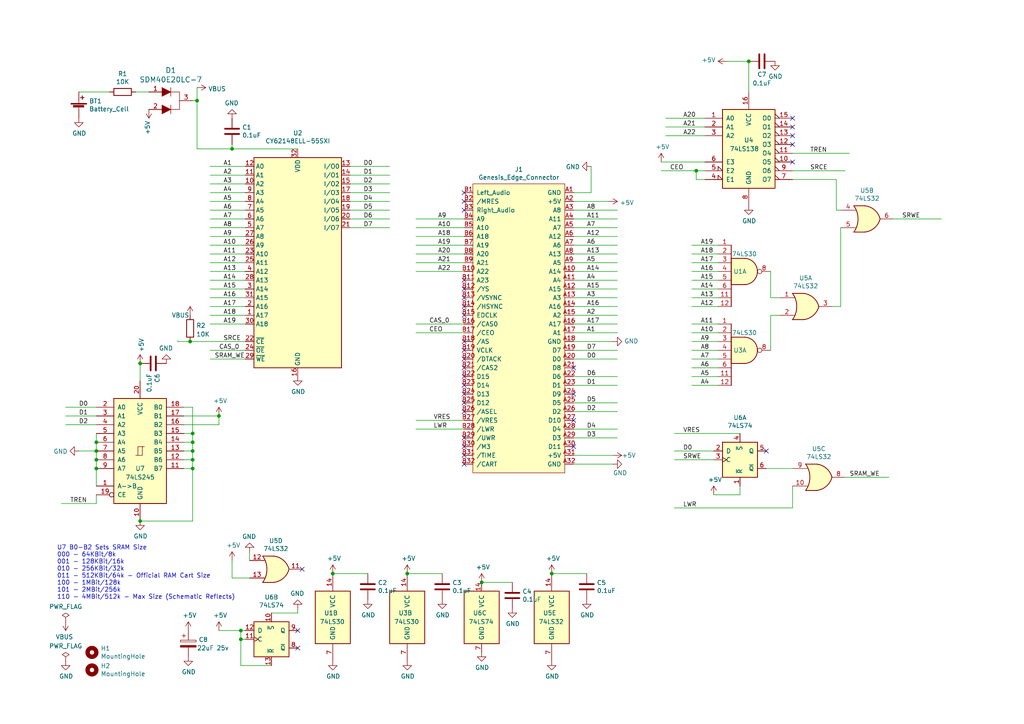
<source format=kicad_sch>
(kicad_sch (version 20231120) (generator "eeschema") (generator_version "8.0")
  (paper "A4")
  (lib_symbols
    (symbol "74xx:74LS138" (pin_names (offset 1.016))
      (property "Reference" "U" (at -7.62 11.43 0))
      (property "Value" "74LS138" (at -7.62 -13.97 0))
      (symbol "74LS138_1_0"
        (pin input line (at -12.7 7.62 0) (length 5.08) (name "A0") (number "1"))
        (pin output output_low (at 12.7 -5.08 180) (length 5.08) (name "O5") (number "10"))
        (pin output output_low (at 12.7 -2.54 180) (length 5.08) (name "O4") (number "11"))
        (pin output output_low (at 12.7 0 180) (length 5.08) (name "O3") (number "12"))
        (pin output output_low (at 12.7 2.54 180) (length 5.08) (name "O2") (number "13"))
        (pin output output_low (at 12.7 5.08 180) (length 5.08) (name "O1") (number "14"))
        (pin output output_low (at 12.7 7.62 180) (length 5.08) (name "O0") (number "15"))
        (pin power_in line (at 0 15.24 270) (length 5.08) (name "VCC") (number "16"))
        (pin input line (at -12.7 5.08 0) (length 5.08) (name "A1") (number "2"))
        (pin input line (at -12.7 2.54 0) (length 5.08) (name "A2") (number "3"))
        (pin input input_low (at -12.7 -10.16 0) (length 5.08) (name "E1") (number "4"))
        (pin input input_low (at -12.7 -7.62 0) (length 5.08) (name "E2") (number "5"))
        (pin input line (at -12.7 -5.08 0) (length 5.08) (name "E3") (number "6"))
        (pin output output_low (at 12.7 -10.16 180) (length 5.08) (name "O7") (number "7"))
        (pin power_in line (at 0 -17.78 90) (length 5.08) (name "GND") (number "8"))
        (pin output output_low (at 12.7 -7.62 180) (length 5.08) (name "O6") (number "9"))
      )
    )
    (symbol "74xx:74LS245" (pin_names (offset 1.016))
      (property "Reference" "U" (at -7.62 16.51 0))
      (property "Value" "74LS245" (at -7.62 -16.51 0))
      (symbol "74LS245_1_0"
        (pin input line (at -12.7 -10.16 0) (length 5.08) (name "A->B") (number "1"))
        (pin power_in line (at 0 -20.32 90) (length 5.08) (name "GND") (number "10"))
        (pin tri_state line (at 12.7 -5.08 180) (length 5.08) (name "B7") (number "11"))
        (pin tri_state line (at 12.7 -2.54 180) (length 5.08) (name "B6") (number "12"))
        (pin tri_state line (at 12.7 0 180) (length 5.08) (name "B5") (number "13"))
        (pin tri_state line (at 12.7 2.54 180) (length 5.08) (name "B4") (number "14"))
        (pin tri_state line (at 12.7 5.08 180) (length 5.08) (name "B3") (number "15"))
        (pin tri_state line (at 12.7 7.62 180) (length 5.08) (name "B2") (number "16"))
        (pin tri_state line (at 12.7 10.16 180) (length 5.08) (name "B1") (number "17"))
        (pin tri_state line (at 12.7 12.7 180) (length 5.08) (name "B0") (number "18"))
        (pin input inverted (at -12.7 -12.7 0) (length 5.08) (name "CE") (number "19"))
        (pin tri_state line (at -12.7 12.7 0) (length 5.08) (name "A0") (number "2"))
        (pin power_in line (at 0 20.32 270) (length 5.08) (name "VCC") (number "20"))
        (pin tri_state line (at -12.7 10.16 0) (length 5.08) (name "A1") (number "3"))
        (pin tri_state line (at -12.7 7.62 0) (length 5.08) (name "A2") (number "4"))
        (pin tri_state line (at -12.7 5.08 0) (length 5.08) (name "A3") (number "5"))
        (pin tri_state line (at -12.7 2.54 0) (length 5.08) (name "A4") (number "6"))
        (pin tri_state line (at -12.7 0 0) (length 5.08) (name "A5") (number "7"))
        (pin tri_state line (at -12.7 -2.54 0) (length 5.08) (name "A6") (number "8"))
        (pin tri_state line (at -12.7 -5.08 0) (length 5.08) (name "A7") (number "9"))
      )
    )
    (symbol "74xx:74LS30" (pin_names (offset 1.016))
      (property "Reference" "U" (at 0 1.27 0))
      (property "Value" "74LS30" (at 0 -1.27 0))
      (symbol "74LS30_1_1"
        (pin input line (at -7.62 7.62 0) (length 3.81) (name "~") (number "1"))
        (pin input line (at -7.62 -7.62 0) (length 3.81) (name "~") (number "11"))
        (pin input line (at -7.62 -10.16 0) (length 3.81) (name "~") (number "12"))
        (pin input line (at -7.62 5.08 0) (length 3.81) (name "~") (number "2"))
        (pin input line (at -7.62 2.54 0) (length 3.81) (name "~") (number "3"))
        (pin input line (at -7.62 0 0) (length 3.81) (name "~") (number "4"))
        (pin input line (at -7.62 -2.54 0) (length 3.81) (name "~") (number "5"))
        (pin input line (at -7.62 -5.08 0) (length 3.81) (name "~") (number "6"))
        (pin output inverted (at 7.62 0 180) (length 3.81) (name "~") (number "8"))
      )
      (symbol "74LS30_1_2"
        (pin input inverted (at -7.62 7.62 0) (length 3.81) (name "~") (number "1"))
        (pin input inverted (at -7.62 -7.62 0) (length 3.81) (name "~") (number "11"))
        (pin input inverted (at -7.62 -10.16 0) (length 3.81) (name "~") (number "12"))
        (pin input inverted (at -7.62 5.08 0) (length 3.81) (name "~") (number "2"))
        (pin input inverted (at -7.62 2.54 0) (length 4.5466) (name "~") (number "3"))
        (pin input inverted (at -7.62 0 0) (length 5.08) (name "~") (number "4"))
        (pin input inverted (at -7.62 -2.54 0) (length 4.5466) (name "~") (number "5"))
        (pin input inverted (at -7.62 -5.08 0) (length 3.81) (name "~") (number "6"))
        (pin output line (at 7.62 0 180) (length 3.81) (name "~") (number "8"))
      )
      (symbol "74LS30_2_0"
        (pin power_in line (at 0 12.7 270) (length 5.08) (name "VCC") (number "14"))
        (pin power_in line (at 0 -12.7 90) (length 5.08) (name "GND") (number "7"))
      )
    )
    (symbol "74xx:74LS32" (pin_names (offset 1.016))
      (property "Reference" "U" (at 0 1.27 0))
      (property "Value" "74LS32" (at 0 -1.27 0))
      (symbol "74LS32_1_1"
        (pin input line (at -7.62 2.54 0) (length 4.318) (name "~") (number "1"))
        (pin input line (at -7.62 -2.54 0) (length 4.318) (name "~") (number "2"))
        (pin output line (at 7.62 0 180) (length 3.81) (name "~") (number "3"))
      )
      (symbol "74LS32_1_2"
        (pin input inverted (at -7.62 2.54 0) (length 3.81) (name "~") (number "1"))
        (pin input inverted (at -7.62 -2.54 0) (length 3.81) (name "~") (number "2"))
        (pin output inverted (at 7.62 0 180) (length 3.81) (name "~") (number "3"))
      )
      (symbol "74LS32_2_1"
        (pin input line (at -7.62 2.54 0) (length 4.318) (name "~") (number "4"))
        (pin input line (at -7.62 -2.54 0) (length 4.318) (name "~") (number "5"))
        (pin output line (at 7.62 0 180) (length 3.81) (name "~") (number "6"))
      )
      (symbol "74LS32_2_2"
        (pin input inverted (at -7.62 2.54 0) (length 3.81) (name "~") (number "4"))
        (pin input inverted (at -7.62 -2.54 0) (length 3.81) (name "~") (number "5"))
        (pin output inverted (at 7.62 0 180) (length 3.81) (name "~") (number "6"))
      )
      (symbol "74LS32_3_1"
        (pin input line (at -7.62 -2.54 0) (length 4.318) (name "~") (number "10"))
        (pin output line (at 7.62 0 180) (length 3.81) (name "~") (number "8"))
        (pin input line (at -7.62 2.54 0) (length 4.318) (name "~") (number "9"))
      )
      (symbol "74LS32_3_2"
        (pin input inverted (at -7.62 -2.54 0) (length 3.81) (name "~") (number "10"))
        (pin output inverted (at 7.62 0 180) (length 3.81) (name "~") (number "8"))
        (pin input inverted (at -7.62 2.54 0) (length 3.81) (name "~") (number "9"))
      )
      (symbol "74LS32_4_1"
        (pin output line (at 7.62 0 180) (length 3.81) (name "~") (number "11"))
        (pin input line (at -7.62 2.54 0) (length 4.318) (name "~") (number "12"))
        (pin input line (at -7.62 -2.54 0) (length 4.318) (name "~") (number "13"))
      )
      (symbol "74LS32_4_2"
        (pin output inverted (at 7.62 0 180) (length 3.81) (name "~") (number "11"))
        (pin input inverted (at -7.62 2.54 0) (length 3.81) (name "~") (number "12"))
        (pin input inverted (at -7.62 -2.54 0) (length 3.81) (name "~") (number "13"))
      )
      (symbol "74LS32_5_0"
        (pin power_in line (at 0 12.7 270) (length 5.08) (name "VCC") (number "14"))
        (pin power_in line (at 0 -12.7 90) (length 5.08) (name "GND") (number "7"))
      )
    )
    (symbol "74xx:74LS74" (pin_names (offset 1.016))
      (property "Reference" "U" (at -7.62 8.89 0))
      (property "Value" "74LS74" (at -7.62 -8.89 0))
      (symbol "74LS74_1_0"
        (pin input line (at 0 -7.62 90) (length 2.54) (name "~{R}") (number "1"))
        (pin input line (at -7.62 2.54 0) (length 2.54) (name "D") (number "2"))
        (pin input clock (at -7.62 0 0) (length 2.54) (name "C") (number "3"))
        (pin input line (at 0 7.62 270) (length 2.54) (name "~{S}") (number "4"))
        (pin output line (at 7.62 2.54 180) (length 2.54) (name "Q") (number "5"))
        (pin output line (at 7.62 -2.54 180) (length 2.54) (name "~{Q}") (number "6"))
      )
      (symbol "74LS74_2_0"
        (pin input line (at 0 7.62 270) (length 2.54) (name "~{S}") (number "10"))
        (pin input clock (at -7.62 0 0) (length 2.54) (name "C") (number "11"))
        (pin input line (at -7.62 2.54 0) (length 2.54) (name "D") (number "12"))
        (pin input line (at 0 -7.62 90) (length 2.54) (name "~{R}") (number "13"))
        (pin output line (at 7.62 -2.54 180) (length 2.54) (name "~{Q}") (number "8"))
        (pin output line (at 7.62 2.54 180) (length 2.54) (name "Q") (number "9"))
      )
      (symbol "74LS74_3_0"
        (pin power_in line (at 0 10.16 270) (length 2.54) (name "VCC") (number "14"))
        (pin power_in line (at 0 -10.16 90) (length 2.54) (name "GND") (number "7"))
      )
    )
    (symbol "Device:C" (pin_numbers hide) (pin_names (offset 0.254))
      (property "Reference" "C" (at 0.635 2.54 0))
      (property "Value" "C" (at 0.635 -2.54 0))
      (symbol "C_1_1"
        (pin passive line (at 0 3.81 270) (length 2.794) (name "~") (number "1"))
        (pin passive line (at 0 -3.81 90) (length 2.794) (name "~") (number "2"))
      )
    )
    (symbol "Device:CP" (pin_numbers hide) (pin_names (offset 0.254))
      (property "Reference" "C" (at 0.635 2.54 0))
      (property "Value" "Device_CP" (at 0.635 -2.54 0))
      (symbol "CP_1_1"
        (pin passive line (at 0 3.81 270) (length 2.794) (name "~") (number "1"))
        (pin passive line (at 0 -3.81 90) (length 2.794) (name "~") (number "2"))
      )
    )
    (symbol "Device:R" (pin_numbers hide) (pin_names (offset 0))
      (property "Reference" "R" (at 2.032 0 90))
      (property "Value" "R" (at 0 0 90))
      (symbol "R_1_1"
        (pin passive line (at 0 3.81 270) (length 1.27) (name "~") (number "1"))
        (pin passive line (at 0 -3.81 90) (length 1.27) (name "~") (number "2"))
      )
    )
    (symbol "Mechanical:MountingHole" (pin_names (offset 1.016))
      (property "Reference" "H" (at 0 5.08 0))
      (property "Value" "MountingHole" (at 0 3.175 0))
    )
    (symbol "Memory_RAM:IS61C5128AS-25QLI"
      (property "Reference" "U" (at -10.16 31.75 0))
      (property "Value" "IS61C5128AS-25QLI" (at 12.7 31.75 0))
      (symbol "IS61C5128AS-25QLI_1_1"
        (pin input line (at -15.24 -15.24 0) (length 2.54) (name "A17") (number "1"))
        (pin input line (at -15.24 22.86 0) (length 2.54) (name "A2") (number "10"))
        (pin input line (at -15.24 25.4 0) (length 2.54) (name "A1") (number "11"))
        (pin input line (at -15.24 27.94 0) (length 2.54) (name "A0") (number "12"))
        (pin bidirectional line (at 15.24 27.94 180) (length 2.54) (name "I/O0") (number "13"))
        (pin bidirectional line (at 15.24 25.4 180) (length 2.54) (name "I/O1") (number "14"))
        (pin bidirectional line (at 15.24 22.86 180) (length 2.54) (name "I/O2") (number "15"))
        (pin power_in line (at 0 -33.02 90) (length 2.54) (name "GND") (number "16"))
        (pin bidirectional line (at 15.24 20.32 180) (length 2.54) (name "I/O3") (number "17"))
        (pin bidirectional line (at 15.24 17.78 180) (length 2.54) (name "I/O4") (number "18"))
        (pin bidirectional line (at 15.24 15.24 180) (length 2.54) (name "I/O5") (number "19"))
        (pin input line (at -15.24 -12.7 0) (length 2.54) (name "A16") (number "2"))
        (pin bidirectional line (at 15.24 12.7 180) (length 2.54) (name "I/O6") (number "20"))
        (pin bidirectional line (at 15.24 10.16 180) (length 2.54) (name "I/O7") (number "21"))
        (pin input line (at -15.24 -22.86 0) (length 2.54) (name "~{CE}") (number "22"))
        (pin input line (at -15.24 2.54 0) (length 2.54) (name "A10") (number "23"))
        (pin input line (at -15.24 -25.4 0) (length 2.54) (name "~{OE}") (number "24"))
        (pin input line (at -15.24 0 0) (length 2.54) (name "A11") (number "25"))
        (pin input line (at -15.24 5.08 0) (length 2.54) (name "A9") (number "26"))
        (pin input line (at -15.24 7.62 0) (length 2.54) (name "A8") (number "27"))
        (pin input line (at -15.24 -5.08 0) (length 2.54) (name "A13") (number "28"))
        (pin input line (at -15.24 -27.94 0) (length 2.54) (name "~{WE}") (number "29"))
        (pin input line (at -15.24 -7.62 0) (length 2.54) (name "A14") (number "3"))
        (pin input line (at -15.24 -17.78 0) (length 2.54) (name "A18") (number "30"))
        (pin input line (at -15.24 -10.16 0) (length 2.54) (name "A15") (number "31"))
        (pin power_in line (at 0 33.02 270) (length 2.54) (name "VDD") (number "32"))
        (pin input line (at -15.24 -2.54 0) (length 2.54) (name "A12") (number "4"))
        (pin input line (at -15.24 10.16 0) (length 2.54) (name "A7") (number "5"))
        (pin input line (at -15.24 12.7 0) (length 2.54) (name "A6") (number "6"))
        (pin input line (at -15.24 15.24 0) (length 2.54) (name "A5") (number "7"))
        (pin input line (at -15.24 17.78 0) (length 2.54) (name "A4") (number "8"))
        (pin input line (at -15.24 20.32 0) (length 2.54) (name "A3") (number "9"))
      )
    )
    (symbol "Sega_Genesis:BAT5405E" (pin_names (offset 0.0254))
      (property "Reference" "D" (at 0 6.35 0))
      (property "Value" "BAT5405E" (at 0 -5.08 0))
      (symbol "BAT5405E_1_1"
        (pin passive line (at -5.08 2.54 0) (length 3.81) (name "~") (number "1"))
        (pin passive line (at -5.08 -2.54 0) (length 3.81) (name "~") (number "2"))
        (pin passive line (at 7.62 0 180) (length 3.81) (name "~") (number "3"))
      )
    )
    (symbol "Sega_Genesis:Battery_Cell" (pin_numbers hide) (pin_names (offset 0) hide)
      (property "Reference" "BT" (at 2.54 2.54 0))
      (property "Value" "Battery_Cell" (at 2.54 0 0))
      (symbol "Battery_Cell_1_1"
        (pin passive line (at 0 -2.54 90) (length 2.54) (name "-") (number "N"))
        (pin passive line (at 0 5.08 270) (length 2.54) (name "+") (number "P"))
      )
    )
    (symbol "Sega_Genesis:Genesis_Edge_Connector" (pin_names (offset 1.016))
      (property "Reference" "J*" (at -24.13 -5.08 0))
      (property "Value" "Genesis_Edge_Connector" (at -22.86 -7.62 0))
      (symbol "Genesis_Edge_Connector_1_1"
        (pin power_in line (at -7.62 -12.7 180) (length 2.54) (name "GND") (number "A1"))
        (pin output line (at -7.62 -35.56 180) (length 2.54) (name "A14") (number "A10"))
        (pin output line (at -7.62 -38.1 180) (length 2.54) (name "A4") (number "A11"))
        (pin output line (at -7.62 -40.64 180) (length 2.54) (name "A15") (number "A12"))
        (pin output line (at -7.62 -43.18 180) (length 2.54) (name "A3") (number "A13"))
        (pin output line (at -7.62 -45.72 180) (length 2.54) (name "A16") (number "A14"))
        (pin output line (at -7.62 -48.26 180) (length 2.54) (name "A2") (number "A15"))
        (pin output line (at -7.62 -50.8 180) (length 2.54) (name "A17") (number "A16"))
        (pin output line (at -7.62 -53.34 180) (length 2.54) (name "A1") (number "A17"))
        (pin power_in line (at -7.62 -55.88 180) (length 2.54) (name "GND") (number "A18"))
        (pin tri_state line (at -7.62 -58.42 180) (length 2.54) (name "D7") (number "A19"))
        (pin power_out line (at -7.62 -15.24 180) (length 2.54) (name "+5V") (number "A2"))
        (pin tri_state line (at -7.62 -60.96 180) (length 2.54) (name "D0") (number "A20"))
        (pin tri_state line (at -7.62 -63.5 180) (length 2.54) (name "D8") (number "A21"))
        (pin tri_state line (at -7.62 -66.04 180) (length 2.54) (name "D6") (number "A22"))
        (pin tri_state line (at -7.62 -68.58 180) (length 2.54) (name "D1") (number "A23"))
        (pin tri_state line (at -7.62 -71.12 180) (length 2.54) (name "D9") (number "A24"))
        (pin tri_state line (at -7.62 -73.66 180) (length 2.54) (name "D5") (number "A25"))
        (pin tri_state line (at -7.62 -76.2 180) (length 2.54) (name "D2") (number "A26"))
        (pin tri_state line (at -7.62 -78.74 180) (length 2.54) (name "D10") (number "A27"))
        (pin tri_state line (at -7.62 -81.28 180) (length 2.54) (name "D4") (number "A28"))
        (pin tri_state line (at -7.62 -83.82 180) (length 2.54) (name "D3") (number "A29"))
        (pin output line (at -7.62 -17.78 180) (length 2.54) (name "A8") (number "A3"))
        (pin tri_state line (at -7.62 -86.36 180) (length 2.54) (name "D11") (number "A30"))
        (pin passive line (at -7.62 -88.9 180) (length 2.54) (name "+5V") (number "A31"))
        (pin power_in line (at -7.62 -91.44 180) (length 2.54) (name "GND") (number "A32"))
        (pin output line (at -7.62 -20.32 180) (length 2.54) (name "A11") (number "A4"))
        (pin output line (at -7.62 -22.86 180) (length 2.54) (name "A7") (number "A5"))
        (pin output line (at -7.62 -25.4 180) (length 2.54) (name "A12") (number "A6"))
        (pin output line (at -7.62 -27.94 180) (length 2.54) (name "A6") (number "A7"))
        (pin output line (at -7.62 -30.48 180) (length 2.54) (name "A13") (number "A8"))
        (pin output line (at -7.62 -33.02 180) (length 2.54) (name "A5") (number "A9"))
        (pin input line (at -39.37 -12.7 0) (length 2.54) (name "Left_Audio") (number "B1"))
        (pin output line (at -39.37 -35.56 0) (length 2.54) (name "A22") (number "B10"))
        (pin output line (at -39.37 -38.1 0) (length 2.54) (name "A23") (number "B11"))
        (pin output line (at -39.37 -40.64 0) (length 2.54) (name "/YS") (number "B12"))
        (pin output line (at -39.37 -43.18 0) (length 2.54) (name "/VSYNC") (number "B13"))
        (pin output line (at -39.37 -45.72 0) (length 2.54) (name "/HSYNC") (number "B14"))
        (pin output line (at -39.37 -48.26 0) (length 2.54) (name "EDCLK") (number "B15"))
        (pin output line (at -39.37 -50.8 0) (length 2.54) (name "/CAS0") (number "B16"))
        (pin output line (at -39.37 -53.34 0) (length 2.54) (name "/CEO") (number "B17"))
        (pin output line (at -39.37 -55.88 0) (length 2.54) (name "/AS") (number "B18"))
        (pin output line (at -39.37 -58.42 0) (length 2.54) (name "VCLK") (number "B19"))
        (pin output line (at -39.37 -15.24 0) (length 2.54) (name "/MRES") (number "B2"))
        (pin output line (at -39.37 -60.96 0) (length 2.54) (name "/DTACK") (number "B20"))
        (pin output line (at -39.37 -63.5 0) (length 2.54) (name "/CAS2") (number "B21"))
        (pin tri_state line (at -39.37 -66.04 0) (length 2.54) (name "D15") (number "B22"))
        (pin tri_state line (at -39.37 -68.58 0) (length 2.54) (name "D14") (number "B23"))
        (pin tri_state line (at -39.37 -71.12 0) (length 2.54) (name "D13") (number "B24"))
        (pin tri_state line (at -39.37 -73.66 0) (length 2.54) (name "D12") (number "B25"))
        (pin output line (at -39.37 -76.2 0) (length 2.54) (name "/ASEL") (number "B26"))
        (pin output line (at -39.37 -78.74 0) (length 2.54) (name "/VRES") (number "B27"))
        (pin output line (at -39.37 -81.28 0) (length 2.54) (name "/LWR") (number "B28"))
        (pin output line (at -39.37 -83.82 0) (length 2.54) (name "/UWR") (number "B29"))
        (pin output line (at -39.37 -17.78 0) (length 2.54) (name "Right_Audio") (number "B3"))
        (pin input line (at -39.37 -86.36 0) (length 2.54) (name "/M3") (number "B30"))
        (pin output line (at -39.37 -88.9 0) (length 2.54) (name "/TIME") (number "B31"))
        (pin input line (at -39.37 -91.44 0) (length 2.54) (name "/CART") (number "B32"))
        (pin output line (at -39.37 -20.32 0) (length 2.54) (name "A9") (number "B4"))
        (pin output line (at -39.37 -22.86 0) (length 2.54) (name "A10") (number "B5"))
        (pin output line (at -39.37 -25.4 0) (length 2.54) (name "A18") (number "B6"))
        (pin output line (at -39.37 -27.94 0) (length 2.54) (name "A19") (number "B7"))
        (pin output line (at -39.37 -30.48 0) (length 2.54) (name "A20") (number "B8"))
        (pin output line (at -39.37 -33.02 0) (length 2.54) (name "A21") (number "B9"))
      )
    )
    (symbol "power:+5V" (power) (pin_names (offset 0))
      (property "Value" "+5V" (at 0 3.556 0))
      (symbol "+5V_1_1"
        (pin power_in line (at 0 0 90) (length 0) hide (name "+5V") (number "1"))
      )
    )
    (symbol "power:GND" (power) (pin_names (offset 0))
      (property "Value" "GND" (at 0 -3.81 0))
      (symbol "GND_1_1"
        (pin power_in line (at 0 0 270) (length 0) hide (name "GND") (number "1"))
      )
    )
    (symbol "power:PWR_FLAG" (power) (pin_numbers hide) (pin_names (offset 0) hide)
      (property "Value" "PWR_FLAG" (at 0 3.81 0))
      (symbol "PWR_FLAG_0_0"
        (pin power_out line (at 0 0 90) (length 0) (name "pwr") (number "1"))
      )
    )
    (symbol "power:VBUS" (power) (pin_names (offset 0))
      (property "Value" "VBUS" (at 0 3.81 0))
      (symbol "VBUS_1_1"
        (pin power_in line (at 0 0 90) (length 0) hide (name "VBUS") (number "1"))
      )
    )
  )
  (junction (at 67.31 43.18))
  (junction (at 55.88 133.35))
  (junction (at 27.94 130.81))
  (junction (at 27.94 128.27))
  (junction (at 55.88 125.73))
  (junction (at 55.1448 99.06))
  (junction (at 63.5 120.65))
  (junction (at 69.85 185.42))
  (junction (at 40.64 151.13))
  (junction (at 160.02 166.37))
  (junction (at 217.17 17.78))
  (junction (at 96.52 166.37))
  (junction (at 69.85 182.88))
  (junction (at 55.88 135.89))
  (junction (at 27.94 133.35))
  (junction (at 55.88 130.81))
  (junction (at 118.11 166.37))
  (junction (at 201.93 49.53))
  (junction (at 40.64 105.41))
  (junction (at 139.7 168.91))
  (junction (at 57.15 29.21))
  (junction (at 55.88 128.27))
  (junction (at 27.94 135.89))
  (no_connect (at 86.36 182.88))
  (no_connect (at 134.62 129.54))
  (no_connect (at 134.62 127))
  (no_connect (at 86.36 187.96))
  (no_connect (at 134.62 91.44))
  (no_connect (at 134.62 99.06))
  (no_connect (at 166.37 121.92))
  (no_connect (at 134.62 132.08))
  (no_connect (at 229.87 36.83))
  (no_connect (at 134.62 114.3))
  (no_connect (at 134.62 86.36))
  (no_connect (at 87.63 165.1))
  (no_connect (at 166.37 106.68))
  (no_connect (at 134.62 58.42))
  (no_connect (at 134.62 101.6))
  (no_connect (at 222.25 130.81))
  (no_connect (at 134.62 111.76))
  (no_connect (at 229.87 39.37))
  (no_connect (at 134.62 109.22))
  (no_connect (at 134.62 55.88))
  (no_connect (at 134.62 106.68))
  (no_connect (at 134.62 81.28))
  (no_connect (at 134.62 134.62))
  (no_connect (at 134.62 119.38))
  (no_connect (at 134.62 60.96))
  (no_connect (at 134.62 83.82))
  (no_connect (at 134.62 116.84))
  (no_connect (at 229.87 46.99))
  (no_connect (at 229.87 41.91))
  (no_connect (at 229.87 34.29))
  (no_connect (at 134.62 88.9))
  (no_connect (at 166.37 129.54))
  (no_connect (at 166.37 114.3))
  (no_connect (at 134.62 104.14))
  (wire (pts (xy 120.65 73.66) (xy 134.62 73.66)))
  (wire (pts (xy 101.6 50.8) (xy 113.03 50.8)))
  (wire (pts (xy 179.07 81.28) (xy 166.37 81.28)))
  (wire (pts (xy 204.47 34.29) (xy 193.04 34.29)))
  (wire (pts (xy 179.07 93.98) (xy 166.37 93.98)))
  (wire (pts (xy 53.34 118.11) (xy 55.88 118.11)))
  (wire (pts (xy 191.77 49.53) (xy 201.93 49.53)))
  (wire (pts (xy 217.17 26.67) (xy 217.17 17.78)))
  (wire (pts (xy 204.47 36.83) (xy 193.04 36.83)))
  (wire (pts (xy 166.37 68.58) (xy 179.07 68.58)))
  (wire (pts (xy 134.62 96.52) (xy 120.65 96.52)))
  (wire (pts (xy 27.94 146.05) (xy 17.78 146.05)))
  (wire (pts (xy 210.82 17.78) (xy 217.17 17.78)))
  (wire (pts (xy 101.6 60.96) (xy 113.03 60.96)))
  (wire (pts (xy 179.07 71.12) (xy 166.37 71.12)))
  (wire (pts (xy 55.88 135.89) (xy 55.88 133.35)))
  (wire (pts (xy 179.07 83.82) (xy 166.37 83.82)))
  (wire (pts (xy 40.64 105.41) (xy 40.64 110.49)))
  (wire (pts (xy 259.08 63.5) (xy 273.05 63.5)))
  (wire (pts (xy 179.07 116.84) (xy 166.37 116.84)))
  (wire (pts (xy 208.28 81.28) (xy 200.66 81.28)))
  (wire (pts (xy 55.88 29.21) (xy 57.15 29.21)))
  (wire (pts (xy 53.34 130.81) (xy 55.88 130.81)))
  (wire (pts (xy 67.31 167.64) (xy 72.39 167.64)))
  (wire (pts (xy 166.37 132.08) (xy 177.8 132.08)))
  (wire (pts (xy 118.11 166.37) (xy 128.27 166.37)))
  (wire (pts (xy 223.52 101.6) (xy 223.52 91.44)))
  (wire (pts (xy 55.88 130.81) (xy 55.88 128.27)))
  (wire (pts (xy 78.74 193.04) (xy 69.85 193.04)))
  (wire (pts (xy 222.25 135.89) (xy 229.87 135.89)))
  (wire (pts (xy 134.62 68.58) (xy 120.65 68.58)))
  (wire (pts (xy 179.07 104.14) (xy 166.37 104.14)))
  (wire (pts (xy 22.86 26.67) (xy 31.75 26.67)))
  (wire (pts (xy 200.66 109.22) (xy 208.28 109.22)))
  (wire (pts (xy 166.37 58.42) (xy 176.53 58.42)))
  (wire (pts (xy 201.93 52.07) (xy 201.93 49.53)))
  (wire (pts (xy 71.12 185.42) (xy 69.85 185.42)))
  (wire (pts (xy 27.94 143.51) (xy 27.94 146.05)))
  (wire (pts (xy 179.07 124.46) (xy 166.37 124.46)))
  (wire (pts (xy 166.37 99.06) (xy 177.8 99.06)))
  (wire (pts (xy 229.87 44.45) (xy 246.38 44.45)))
  (wire (pts (xy 55.88 135.89) (xy 55.88 151.13)))
  (wire (pts (xy 63.5 123.19) (xy 63.5 120.65)))
  (wire (pts (xy 60.96 81.28) (xy 71.12 81.28)))
  (wire (pts (xy 208.28 101.6) (xy 200.66 101.6)))
  (wire (pts (xy 27.94 123.19) (xy 19.05 123.19)))
  (wire (pts (xy 71.12 63.5) (xy 60.96 63.5)))
  (wire (pts (xy 223.52 91.44) (xy 226.06 91.44)))
  (wire (pts (xy 242.57 52.07) (xy 242.57 60.96)))
  (wire (pts (xy 195.58 125.73) (xy 214.63 125.73)))
  (wire (pts (xy 245.11 138.43) (xy 257.81 138.43)))
  (wire (pts (xy 134.62 63.5) (xy 120.65 63.5)))
  (wire (pts (xy 229.87 49.53) (xy 245.11 49.53)))
  (wire (pts (xy 101.6 63.5) (xy 113.03 63.5)))
  (wire (pts (xy 60.96 55.88) (xy 71.12 55.88)))
  (wire (pts (xy 207.01 130.81) (xy 195.58 130.81)))
  (wire (pts (xy 179.07 119.38) (xy 166.37 119.38)))
  (wire (pts (xy 71.12 101.6) (xy 60.96 101.6)))
  (wire (pts (xy 204.47 52.07) (xy 201.93 52.07)))
  (wire (pts (xy 67.31 43.18) (xy 67.31 41.91)))
  (wire (pts (xy 60.96 50.8) (xy 71.12 50.8)))
  (wire (pts (xy 53.34 125.73) (xy 55.88 125.73)))
  (wire (pts (xy 72.39 160.02) (xy 72.39 162.56)))
  (wire (pts (xy 101.6 53.34) (xy 113.03 53.34)))
  (wire (pts (xy 53.34 133.35) (xy 55.88 133.35)))
  (wire (pts (xy 179.07 63.5) (xy 166.37 63.5)))
  (wire (pts (xy 60.96 66.04) (xy 71.12 66.04)))
  (wire (pts (xy 27.94 133.35) (xy 27.94 130.81)))
  (wire (pts (xy 208.28 71.12) (xy 200.66 71.12)))
  (wire (pts (xy 214.63 143.51) (xy 207.01 143.51)))
  (wire (pts (xy 139.7 168.91) (xy 148.59 168.91)))
  (wire (pts (xy 179.07 86.36) (xy 166.37 86.36)))
  (wire (pts (xy 177.8 134.62) (xy 166.37 134.62)))
  (wire (pts (xy 208.28 99.06) (xy 200.66 99.06)))
  (wire (pts (xy 179.07 88.9) (xy 166.37 88.9)))
  (wire (pts (xy 69.85 193.04) (xy 69.85 185.42)))
  (wire (pts (xy 71.12 53.34) (xy 60.96 53.34)))
  (wire (pts (xy 53.34 123.19) (xy 63.5 123.19)))
  (wire (pts (xy 179.07 60.96) (xy 166.37 60.96)))
  (wire (pts (xy 101.6 55.88) (xy 113.03 55.88)))
  (wire (pts (xy 71.12 68.58) (xy 60.96 68.58)))
  (wire (pts (xy 166.37 73.66) (xy 179.07 73.66)))
  (wire (pts (xy 55.88 133.35) (xy 55.88 130.81)))
  (wire (pts (xy 201.93 49.53) (xy 204.47 49.53)))
  (wire (pts (xy 214.63 140.97) (xy 214.63 143.51)))
  (wire (pts (xy 27.94 135.89) (xy 27.94 133.35)))
  (wire (pts (xy 60.96 60.96) (xy 71.12 60.96)))
  (wire (pts (xy 71.12 93.98) (xy 60.96 93.98)))
  (wire (pts (xy 67.31 43.18) (xy 57.15 43.18)))
  (wire (pts (xy 55.88 128.27) (xy 55.88 125.73)))
  (wire (pts (xy 208.28 93.98) (xy 200.66 93.98)))
  (wire (pts (xy 208.28 88.9) (xy 200.66 88.9)))
  (wire (pts (xy 120.65 78.74) (xy 134.62 78.74)))
  (wire (pts (xy 229.87 52.07) (xy 242.57 52.07)))
  (wire (pts (xy 200.66 104.14) (xy 208.28 104.14)))
  (wire (pts (xy 134.62 93.98) (xy 120.65 93.98)))
  (wire (pts (xy 71.12 73.66) (xy 60.96 73.66)))
  (wire (pts (xy 120.65 124.46) (xy 134.62 124.46)))
  (wire (pts (xy 55.88 125.73) (xy 55.88 118.11)))
  (wire (pts (xy 134.62 121.92) (xy 120.65 121.92)))
  (wire (pts (xy 60.96 71.12) (xy 71.12 71.12)))
  (wire (pts (xy 229.87 147.32) (xy 195.58 147.32)))
  (wire (pts (xy 71.12 78.74) (xy 60.96 78.74)))
  (wire (pts (xy 134.62 76.2) (xy 120.65 76.2)))
  (wire (pts (xy 243.84 66.04) (xy 243.84 88.9)))
  (wire (pts (xy 204.47 39.37) (xy 193.04 39.37)))
  (wire (pts (xy 134.62 71.12) (xy 120.65 71.12)))
  (wire (pts (xy 208.28 86.36) (xy 200.66 86.36)))
  (wire (pts (xy 101.6 66.04) (xy 113.03 66.04)))
  (wire (pts (xy 208.28 96.52) (xy 200.66 96.52)))
  (wire (pts (xy 86.36 177.8) (xy 78.74 177.8)))
  (wire (pts (xy 179.07 109.22) (xy 166.37 109.22)))
  (wire (pts (xy 166.37 55.88) (xy 171.45 55.88)))
  (wire (pts (xy 208.28 111.76) (xy 200.66 111.76)))
  (wire (pts (xy 166.37 127) (xy 179.07 127)))
  (wire (pts (xy 179.07 91.44) (xy 166.37 91.44)))
  (wire (pts (xy 60.96 76.2) (xy 71.12 76.2)))
  (wire (pts (xy 96.52 166.37) (xy 106.68 166.37)))
  (wire (pts (xy 191.77 46.99) (xy 204.47 46.99)))
  (wire (pts (xy 86.36 176.53) (xy 86.36 177.8)))
  (wire (pts (xy 27.94 118.11) (xy 19.05 118.11)))
  (wire (pts (xy 166.37 111.76) (xy 179.07 111.76)))
  (wire (pts (xy 101.6 58.42) (xy 113.03 58.42)))
  (wire (pts (xy 120.65 66.04) (xy 134.62 66.04)))
  (wire (pts (xy 208.28 73.66) (xy 200.66 73.66)))
  (wire (pts (xy 71.12 91.44) (xy 60.96 91.44)))
  (wire (pts (xy 71.12 88.9) (xy 60.96 88.9)))
  (wire (pts (xy 208.28 78.74) (xy 200.66 78.74)))
  (wire (pts (xy 27.94 140.97) (xy 27.94 135.89)))
  (wire (pts (xy 160.02 166.37) (xy 170.18 166.37)))
  (wire (pts (xy 27.94 120.65) (xy 19.05 120.65)))
  (wire (pts (xy 229.87 140.97) (xy 229.87 147.32)))
  (wire (pts (xy 200.66 83.82) (xy 208.28 83.82)))
  (wire (pts (xy 55.88 135.89) (xy 53.34 135.89)))
  (wire (pts (xy 179.07 76.2) (xy 166.37 76.2)))
  (wire (pts (xy 51.562 98.806) (xy 51.562 99.06)))
  (wire (pts (xy 243.84 88.9) (xy 241.3 88.9)))
  (wire (pts (xy 39.37 26.67) (xy 43.18 26.67)))
  (wire (pts (xy 27.94 130.81) (xy 27.94 128.27)))
  (wire (pts (xy 71.12 86.36) (xy 60.96 86.36)))
  (wire (pts (xy 223.52 78.74) (xy 223.52 86.36)))
  (wire (pts (xy 171.45 55.88) (xy 171.45 48.26)))
  (wire (pts (xy 71.12 104.14) (xy 60.96 104.14)))
  (wire (pts (xy 27.94 130.81) (xy 22.86 130.81)))
  (wire (pts (xy 69.85 185.42) (xy 69.85 182.88)))
  (wire (pts (xy 55.1448 99.06) (xy 71.12 99.06)))
  (wire (pts (xy 57.15 25.4) (xy 57.15 29.21)))
  (wire (pts (xy 179.07 78.74) (xy 166.37 78.74)))
  (wire (pts (xy 207.01 133.35) (xy 195.58 133.35)))
  (wire (pts (xy 223.52 86.36) (xy 226.06 86.36)))
  (wire (pts (xy 179.07 96.52) (xy 166.37 96.52)))
  (wire (pts (xy 71.12 83.82) (xy 60.96 83.82)))
  (wire (pts (xy 53.34 128.27) (xy 55.88 128.27)))
  (wire (pts (xy 57.15 29.21) (xy 57.15 43.18)))
  (wire (pts (xy 101.6 48.26) (xy 113.03 48.26)))
  (wire (pts (xy 208.28 106.68) (xy 200.66 106.68)))
  (wire (pts (xy 63.5 182.88) (xy 69.85 182.88)))
  (wire (pts (xy 69.85 182.88) (xy 71.12 182.88)))
  (wire (pts (xy 71.12 58.42) (xy 60.96 58.42)))
  (wire (pts (xy 40.64 151.13) (xy 55.88 151.13)))
  (wire (pts (xy 179.07 101.6) (xy 166.37 101.6)))
  (wire (pts (xy 208.28 76.2) (xy 200.66 76.2)))
  (wire (pts (xy 53.34 120.65) (xy 63.5 120.65)))
  (wire (pts (xy 86.36 43.18) (xy 67.31 43.18)))
  (wire (pts (xy 67.31 167.64) (xy 67.31 162.56)))
  (wire (pts (xy 179.07 66.04) (xy 166.37 66.04)))
  (wire (pts (xy 242.57 60.96) (xy 243.84 60.96)))
  (wire (pts (xy 71.12 48.26) (xy 60.96 48.26)))
  (wire (pts (xy 51.562 99.06) (xy 55.1448 99.06)))
  (wire (pts (xy 27.94 125.73) (xy 27.94 128.27)))
  (text "U7 B0-B2 Sets SRAM Size\n000 - 64KBit/8k\n001 - 128KBit/16k\n010 - 256KBit/32k\n011 - 512KBit/64k - Official RAM Cart Size\n100 - 1MBit/128k\n101 - 2MBit/256k\n110 - 4MBit/512k - Max Size (Schematic Reflects)" (at 16.51 173.99 0) (effects (font (size 1.27 1.27)) (justify left bottom)))
  (label "D2" (at 105.41 53.34 0))
  (label "A14" (at 170.18 78.74 0))
  (label "A15" (at 170.18 83.82 0))
  (label "D0" (at 170.18 104.14 0))
  (label "D5" (at 170.18 116.84 0))
  (label "A22" (at 198.12 39.37 0))
  (label "A2" (at 170.18 91.44 0))
  (label "D1" (at 170.18 111.76 0))
  (label "A13" (at 203.2 86.36 0))
  (label "CEO" (at 194.31 49.53 0))
  (label "A6" (at 203.2 106.68 0))
  (label "D4" (at 170.18 124.46 0))
  (label "A9" (at 64.77 68.58 0))
  (label "A16" (at 170.18 88.9 0))
  (label "A15" (at 64.77 83.82 0))
  (label "A3" (at 170.18 86.36 0))
  (label "A16" (at 203.2 78.74 0))
  (label "A21" (at 127 76.2 0))
  (label "A10" (at 64.77 71.12 0))
  (label "A18" (at 64.77 91.44 0))
  (label "TREN" (at 234.95 44.45 0))
  (label "A1" (at 170.18 96.52 0))
  (label "A11" (at 170.18 63.5 0))
  (label "SRCE" (at 64.77 99.06 0))
  (label "A10" (at 203.2 96.52 0))
  (label "A6" (at 64.77 60.96 0))
  (label "A3" (at 64.77 53.34 0))
  (label "A6" (at 170.18 71.12 0))
  (label "A8" (at 203.2 101.6 0))
  (label "A9" (at 203.2 99.06 0))
  (label "D7" (at 105.41 66.04 0))
  (label "A15" (at 203.2 81.28 0))
  (label "A20" (at 198.12 34.29 0))
  (label "A7" (at 203.2 104.14 0))
  (label "A10" (at 127 66.04 0))
  (label "VRES" (at 198.12 125.73 0))
  (label "SRAM_WE" (at 62.23 104.14 0))
  (label "A2" (at 64.77 50.8 0))
  (label "A4" (at 64.77 55.88 0))
  (label "D3" (at 105.41 55.88 0))
  (label "CEO" (at 124.46 96.52 0))
  (label "VRES" (at 125.73 121.92 0))
  (label "A18" (at 127 68.58 0))
  (label "A11" (at 203.2 93.98 0))
  (label "CAS_0" (at 124.46 93.98 0))
  (label "D4" (at 105.41 58.42 0))
  (label "SRAM_WE" (at 246.38 138.43 0))
  (label "SRWE" (at 261.62 63.5 0))
  (label "D1" (at 22.86 120.65 0))
  (label "A17" (at 170.18 93.98 0))
  (label "A12" (at 203.2 88.9 0))
  (label "A5" (at 203.2 109.22 0))
  (label "A9" (at 127 63.5 0))
  (label "A19" (at 64.77 93.98 0))
  (label "D2" (at 170.18 119.38 0))
  (label "A7" (at 64.77 63.5 0))
  (label "SRWE" (at 198.12 133.35 0))
  (label "A22" (at 127 78.74 0))
  (label "A14" (at 203.2 83.82 0))
  (label "D5" (at 105.41 60.96 0))
  (label "A8" (at 170.18 60.96 0))
  (label "A7" (at 170.18 66.04 0))
  (label "A12" (at 170.18 68.58 0))
  (label "A21" (at 198.12 36.83 0))
  (label "LWR" (at 125.73 124.46 0))
  (label "A17" (at 64.77 88.9 0))
  (label "A4" (at 203.2 111.76 0))
  (label "A17" (at 203.2 76.2 0))
  (label "A1" (at 64.77 48.26 0))
  (label "TREN" (at 20.32 146.05 0))
  (label "D0" (at 198.12 130.81 0))
  (label "A4" (at 170.18 81.28 0))
  (label "LWR" (at 198.12 147.32 0))
  (label "D0" (at 22.86 118.11 0))
  (label "A18" (at 203.2 73.66 0))
  (label "D6" (at 170.18 109.22 0))
  (label "A12" (at 64.77 76.2 0))
  (label "D1" (at 105.41 50.8 0))
  (label "SRCE" (at 234.95 49.53 0))
  (label "A13" (at 170.18 73.66 0))
  (label "A19" (at 203.2 71.12 0))
  (label "A5" (at 170.18 76.2 0))
  (label "D7" (at 170.18 101.6 0))
  (label "A8" (at 64.77 66.04 0))
  (label "CAS_0" (at 63.5 101.6 0))
  (label "A14" (at 64.77 81.28 0))
  (label "A5" (at 64.77 58.42 0))
  (label "D6" (at 105.41 63.5 0))
  (label "D2" (at 22.86 123.19 0))
  (label "A13" (at 64.77 78.74 0))
  (label "A16" (at 64.77 86.36 0))
  (label "A20" (at 127 73.66 0))
  (label "D0" (at 105.41 48.26 0))
  (label "A19" (at 127 71.12 0))
  (label "D3" (at 170.18 127 0))
  (label "A11" (at 64.77 73.66 0))
  (symbol (lib_id "Sega_Genesis:Genesis_Edge_Connector") (at 173.99 43.18 0) (unit 1)
    (property "Reference" "J1" (at 150.495 49.149 0))
    (property "Value" "Genesis_Edge_Connector" (at 150.495 51.4604 0))
    (property "Footprint" "Sega CD RAM Cart:Genesis_Card_Edge" (effects (hide yes)))
  )
  (symbol (lib_id "Memory_RAM:IS61C5128AS-25QLI") (at 86.36 76.2 0) (unit 1)
    (property "Reference" "U2" (at 86.36 38.5826 0))
    (property "Value" "CY62148ELL-55SXI" (at 86.36 40.894 0))
    (property "Footprint" "Package_SO:SSOP-32_11.305x20.495mm_P1.27mm" (effects (hide yes)))
    (property "Digikey PN" "CY62148ELL-55SXI" (effects (hide yes)))
  )
  (symbol (lib_id "74xx:74LS30") (at 215.9 78.74 0) (unit 1)
    (property "Reference" "U1" (at 214.63 78.74 0))
    (property "Value" "74LS30" (at 215.9 73.66 0))
    (property "Footprint" "digikey-footprints:SOIC-14_W3.9mm" (effects (hide yes)))
    (property "Digikey PN" "SN74LS30DR" (effects (hide yes)))
  )
  (symbol (lib_id "74xx:74LS30") (at 215.9 101.6 0) (unit 1)
    (property "Reference" "U3" (at 214.63 101.6 0))
    (property "Value" "74LS30" (at 215.9 96.52 0))
    (property "Footprint" "digikey-footprints:SOIC-14_W3.9mm" (effects (hide yes)))
    (property "Digikey PN" "SN74LS30DR" (effects (hide yes)))
  )
  (symbol (lib_id "74xx:74LS30") (at 96.52 179.07 0) (unit 2)
    (property "Reference" "U1" (at 93.98 177.8 0) (effects (justify left)))
    (property "Value" "74LS30" (at 92.71 180.34 0) (effects (justify left)))
    (property "Footprint" "digikey-footprints:SOIC-14_W3.9mm" (effects (hide yes)))
    (property "Digikey PN" "SN74LS30DR" (effects (hide yes)))
  )
  (symbol (lib_id "74xx:74LS30") (at 118.11 179.07 0) (unit 2)
    (property "Reference" "U3" (at 115.57 177.8 0) (effects (justify left)))
    (property "Value" "74LS30" (at 114.3 180.34 0) (effects (justify left)))
    (property "Footprint" "digikey-footprints:SOIC-14_W3.9mm" (effects (hide yes)))
    (property "Digikey PN" "SN74LS30DR" (effects (hide yes)))
  )
  (symbol (lib_id "74xx:74LS32") (at 233.68 88.9 0) (unit 1)
    (property "Reference" "U5" (at 233.68 80.645 0))
    (property "Value" "74LS32" (at 233.68 82.9564 0))
    (property "Footprint" "digikey-footprints:SOIC-14_W3.9mm" (effects (hide yes)))
    (property "Digikey PN" "SN74LS32DR" (effects (hide yes)))
  )
  (symbol (lib_id "74xx:74LS138") (at 217.17 41.91 0) (unit 1)
    (property "Reference" "U4" (at 217.17 40.64 0))
    (property "Value" "74LS138" (at 215.9 43.18 0))
    (property "Footprint" "digikey-footprints:SOIC-16_W3.90mm" (effects (hide yes)))
    (property "Digikey PN" "SN74LS138DR" (effects (hide yes)))
  )
  (symbol (lib_id "74xx:74LS32") (at 251.46 63.5 0) (unit 2)
    (property "Reference" "U5" (at 251.46 55.245 0))
    (property "Value" "74LS32" (at 251.46 57.5564 0))
    (property "Footprint" "digikey-footprints:SOIC-14_W3.9mm" (effects (hide yes)))
    (property "Digikey PN" "SN74LS32DR" (effects (hide yes)))
  )
  (symbol (lib_id "Mechanical:MountingHole") (at 26.67 189.23 0) (unit 1)
    (property "Reference" "H1" (at 29.21 188.0616 0) (effects (justify left)))
    (property "Value" "MountingHole" (at 29.21 190.373 0) (effects (justify left)))
    (property "Footprint" "Sega CD RAM Cart:MountingHole_6.2mm" (effects (hide yes)))
  )
  (symbol (lib_id "Mechanical:MountingHole") (at 26.67 194.31 0) (unit 1)
    (property "Reference" "H2" (at 29.21 193.1416 0) (effects (justify left)))
    (property "Value" "MountingHole" (at 29.21 195.453 0) (effects (justify left)))
    (property "Footprint" "Sega CD RAM Cart:MountingHole_6.2mm" (effects (hide yes)))
  )
  (symbol (lib_id "power:+5V") (at 191.77 46.99 0) (unit 1)
    (property "Reference" "#PWR01" (effects (hide yes)))
    (property "Value" "+5V" (at 192.151 42.5958 0))
  )
  (symbol (lib_id "power:GND") (at 22.86 130.81 270) (unit 1)
    (property "Reference" "#PWR0111" (effects (hide yes)))
    (property "Value" "GND" (at 19.6088 130.937 90) (effects (justify right)))
  )
  (symbol (lib_id "74xx:74LS74") (at 214.63 133.35 0) (unit 1)
    (property "Reference" "U6" (at 214.63 121.1326 0))
    (property "Value" "74LS74" (at 214.63 123.444 0))
    (property "Footprint" "digikey-footprints:SOIC-14_W3.9mm" (effects (hide yes)))
    (property "Digikey PN" "SN74LS74ADR" (effects (hide yes)))
  )
  (symbol (lib_id "74xx:74LS74") (at 139.7 179.07 0) (unit 3)
    (property "Reference" "U6" (at 137.16 177.8 0) (effects (justify left)))
    (property "Value" "74LS74" (at 135.89 180.34 0) (effects (justify left)))
    (property "Footprint" "digikey-footprints:SOIC-14_W3.9mm" (effects (hide yes)))
    (property "Digikey PN" "SN74LS74ADR" (effects (hide yes)))
  )
  (symbol (lib_id "74xx:74LS32") (at 160.02 179.07 0) (unit 5)
    (property "Reference" "U5" (at 157.48 177.8 0) (effects (justify left)))
    (property "Value" "74LS32" (at 156.21 180.34 0) (effects (justify left)))
    (property "Footprint" "digikey-footprints:SOIC-14_W3.9mm" (effects (hide yes)))
    (property "Digikey PN" "SN74LS32DR" (effects (hide yes)))
  )
  (symbol (lib_id "Device:CP") (at 54.61 186.69 0) (unit 1)
    (property "Reference" "C8" (at 57.6072 185.5216 0) (effects (justify left)))
    (property "Value" "22uF 25v" (at 57.15 187.96 0) (effects (justify left)))
    (property "Footprint" "Capacitor_THT:CP_Radial_D5.0mm_P2.00mm" (effects (hide yes)))
    (property "Digikey PN" "25ML22MEFC5X5" (effects (hide yes)))
  )
  (symbol (lib_id "power:+5V") (at 54.61 182.88 0) (unit 1)
    (property "Reference" "#PWR027" (effects (hide yes)))
    (property "Value" "+5V" (at 54.991 178.4858 0))
  )
  (symbol (lib_id "power:GND") (at 54.61 190.5 0) (unit 1)
    (property "Reference" "#PWR028" (effects (hide yes)))
    (property "Value" "GND" (at 54.737 194.8942 0))
  )
  (symbol (lib_id "74xx:74LS32") (at 237.49 138.43 0) (unit 3)
    (property "Reference" "U5" (at 237.49 130.175 0))
    (property "Value" "74LS32" (at 237.49 132.4864 0))
    (property "Footprint" "digikey-footprints:SOIC-14_W3.9mm" (effects (hide yes)))
    (property "Digikey PN" "SN74LS32DR" (effects (hide yes)))
  )
  (symbol (lib_id "power:+5V") (at 207.01 143.51 0) (unit 1)
    (property "Reference" "#PWR010" (effects (hide yes)))
    (property "Value" "+5V" (at 207.391 139.1158 0))
  )
  (symbol (lib_id "Device:C") (at 220.98 17.78 270) (unit 1)
    (property "Reference" "C7" (at 220.98 21.59 90))
    (property "Value" "0.1uF" (at 220.98 24.13 90))
    (property "Footprint" "Capacitor_SMD:C_1206_3216Metric_Pad1.33x1.80mm_HandSolder" (effects (hide yes)))
    (property "Digikey PN" "C1206C104K4RACTU" (effects (hide yes)))
  )
  (symbol (lib_id "Device:C") (at 67.31 38.1 0) (unit 1)
    (property "Reference" "C1" (at 70.231 36.9316 0) (effects (justify left)))
    (property "Value" "0.1uF" (at 70.231 39.243 0) (effects (justify left)))
    (property "Footprint" "Capacitor_SMD:C_1206_3216Metric_Pad1.33x1.80mm_HandSolder" (effects (hide yes)))
    (property "Digikey PN" "C1206C104K4RACTU" (effects (hide yes)))
  )
  (symbol (lib_id "Device:C") (at 44.45 105.41 270) (unit 1)
    (property "Reference" "C6" (at 45.6184 108.331 0) (effects (justify left)))
    (property "Value" "0.1uF" (at 43.307 108.331 0) (effects (justify left)))
    (property "Footprint" "Capacitor_SMD:C_1206_3216Metric_Pad1.33x1.80mm_HandSolder" (effects (hide yes)))
    (property "Digikey PN" "C1206C104K4RACTU" (effects (hide yes)))
  )
  (symbol (lib_id "Device:C") (at 170.18 170.18 0) (unit 1)
    (property "Reference" "C5" (at 173.101 169.0116 0) (effects (justify left)))
    (property "Value" "0.1uF" (at 173.101 171.323 0) (effects (justify left)))
    (property "Footprint" "Capacitor_SMD:C_1206_3216Metric_Pad1.33x1.80mm_HandSolder" (effects (hide yes)))
    (property "Digikey PN" "C1206C104K4RACTU" (effects (hide yes)))
  )
  (symbol (lib_id "Device:C") (at 148.59 172.72 0) (unit 1)
    (property "Reference" "C4" (at 151.511 171.5516 0) (effects (justify left)))
    (property "Value" "0.1uF" (at 151.511 173.863 0) (effects (justify left)))
    (property "Footprint" "Capacitor_SMD:C_1206_3216Metric_Pad1.33x1.80mm_HandSolder" (effects (hide yes)))
    (property "Digikey PN" "C1206C104K4RACTU" (effects (hide yes)))
  )
  (symbol (lib_id "Device:C") (at 128.27 170.18 0) (unit 1)
    (property "Reference" "C3" (at 131.191 169.0116 0) (effects (justify left)))
    (property "Value" "0.1uF" (at 131.191 171.323 0) (effects (justify left)))
    (property "Footprint" "Capacitor_SMD:C_1206_3216Metric_Pad1.33x1.80mm_HandSolder" (effects (hide yes)))
    (property "Digikey PN" "C1206C104K4RACTU" (effects (hide yes)))
  )
  (symbol (lib_id "Device:C") (at 106.68 170.18 0) (unit 1)
    (property "Reference" "C2" (at 109.601 169.0116 0) (effects (justify left)))
    (property "Value" "0.1uF" (at 109.601 171.323 0) (effects (justify left)))
    (property "Footprint" "Capacitor_SMD:C_1206_3216Metric_Pad1.33x1.80mm_HandSolder" (effects (hide yes)))
    (property "Digikey PN" "C1206C104K4RACTU" (effects (hide yes)))
  )
  (symbol (lib_id "power:GND") (at 217.17 59.69 0) (unit 1)
    (property "Reference" "#PWR011" (effects (hide yes)))
    (property "Value" "GND" (at 217.297 64.0842 0))
  )
  (symbol (lib_id "power:GND") (at 224.79 17.78 0) (unit 1)
    (property "Reference" "#PWR012" (effects (hide yes)))
    (property "Value" "GND" (at 224.917 22.1742 0))
  )
  (symbol (lib_id "power:GND") (at 170.18 173.99 0) (unit 1)
    (property "Reference" "#PWR09" (effects (hide yes)))
    (property "Value" "GND" (at 170.307 178.3842 0))
  )
  (symbol (lib_id "power:GND") (at 148.59 176.53 0) (unit 1)
    (property "Reference" "#PWR07" (effects (hide yes)))
    (property "Value" "GND" (at 148.717 180.9242 0))
  )
  (symbol (lib_id "power:GND") (at 128.27 173.99 0) (unit 1)
    (property "Reference" "#PWR05" (effects (hide yes)))
    (property "Value" "GND" (at 128.397 178.3842 0))
  )
  (symbol (lib_id "power:GND") (at 106.68 173.99 0) (unit 1)
    (property "Reference" "#PWR03" (effects (hide yes)))
    (property "Value" "GND" (at 106.807 178.3842 0))
  )
  (symbol (lib_id "power:GND") (at 96.52 191.77 0) (unit 1)
    (property "Reference" "#PWR02" (effects (hide yes)))
    (property "Value" "GND" (at 96.647 196.1642 0))
  )
  (symbol (lib_id "power:GND") (at 118.11 191.77 0) (unit 1)
    (property "Reference" "#PWR04" (effects (hide yes)))
    (property "Value" "GND" (at 118.237 196.1642 0))
  )
  (symbol (lib_id "power:GND") (at 139.7 189.23 0) (unit 1)
    (property "Reference" "#PWR06" (effects (hide yes)))
    (property "Value" "GND" (at 139.827 193.6242 0))
  )
  (symbol (lib_id "power:GND") (at 160.02 191.77 0) (unit 1)
    (property "Reference" "#PWR08" (effects (hide yes)))
    (property "Value" "GND" (at 160.147 196.1642 0))
  )
  (symbol (lib_id "power:GND") (at 171.45 48.26 270) (unit 1)
    (property "Reference" "#PWR016" (effects (hide yes)))
    (property "Value" "GND" (at 168.1988 48.387 90) (effects (justify right)))
  )
  (symbol (lib_id "power:+5V") (at 176.53 58.42 270) (unit 1)
    (property "Reference" "#PWR017" (effects (hide yes)))
    (property "Value" "+5V" (at 179.7812 58.801 90) (effects (justify left)))
  )
  (symbol (lib_id "power:+5V") (at 177.8 132.08 270) (unit 1)
    (property "Reference" "#PWR019" (effects (hide yes)))
    (property "Value" "+5V" (at 180.34 132.08 90) (effects (justify left)))
  )
  (symbol (lib_id "power:GND") (at 177.8 134.62 90) (unit 1)
    (property "Reference" "#PWR020" (effects (hide yes)))
    (property "Value" "GND" (at 177.8 137.16 90) (effects (justify right)))
  )
  (symbol (lib_id "power:GND") (at 177.8 99.06 90) (unit 1)
    (property "Reference" "#PWR018" (effects (hide yes)))
    (property "Value" "GND" (at 181.0512 98.933 90) (effects (justify right)))
  )
  (symbol (lib_id "power:GND") (at 86.36 109.22 0) (unit 1)
    (property "Reference" "#PWR015" (effects (hide yes)))
    (property "Value" "GND" (at 86.487 113.6142 0))
  )
  (symbol (lib_id "power:GND") (at 67.31 34.29 180) (unit 1)
    (property "Reference" "#PWR014" (effects (hide yes)))
    (property "Value" "GND" (at 67.183 29.8958 0))
  )
  (symbol (lib_id "Sega_Genesis:BAT5405E") (at 48.26 29.21 0) (unit 1)
    (property "Reference" "D1" (at 49.53 20.3962 0) (effects (font (size 1.524 1.524))))
    (property "Value" "SDM40E20LC-7" (at 49.53 23.0886 0) (effects (font (size 1.524 1.524))))
    (property "Footprint" "digikey-footprints:SOT-23-3" (effects (hide yes)))
    (property "Digikey PN" "SDM40E20LC-7" (effects (hide yes)))
  )
  (symbol (lib_id "74xx:74LS32") (at 80.01 165.1 0) (unit 4)
    (property "Reference" "U5" (at 80.01 156.845 0))
    (property "Value" "74LS32" (at 80.01 159.1564 0))
    (property "Footprint" "digikey-footprints:SOIC-14_W3.9mm" (effects (hide yes)))
    (property "Digikey PN" "SN74LS32DR" (effects (hide yes)))
  )
  (symbol (lib_id "power:+5V") (at 67.31 162.56 0) (unit 1)
    (property "Reference" "#PWR0112" (effects (hide yes)))
    (property "Value" "+5V" (at 67.691 158.1658 0))
  )
  (symbol (lib_id "power:GND") (at 72.39 160.02 180) (unit 1)
    (property "Reference" "#PWR0113" (effects (hide yes)))
    (property "Value" "GND" (at 72.263 155.6258 0))
  )
  (symbol (lib_id "power:GND") (at 48.26 105.41 180) (unit 1)
    (property "Reference" "#PWR0102" (effects (hide yes)))
    (property "Value" "GND" (at 48.133 101.0158 0))
  )
  (symbol (lib_id "Sega_Genesis:Battery_Cell") (at 22.86 31.75 0) (unit 1)
    (property "Reference" "BT1" (at 25.8572 29.3116 0) (effects (justify left)))
    (property "Value" "Battery_Cell" (at 25.8572 31.623 0) (effects (justify left)))
    (property "Footprint" "BU2450SM:BAT_BU2450SM-JJ-G" (effects (hide yes)))
    (property "Digikey PN" "BU2450SM-JJ-GTR" (effects (hide yes)))
  )
  (symbol (lib_id "power:GND") (at 22.86 34.29 0) (unit 1)
    (property "Reference" "#PWR013" (effects (hide yes)))
    (property "Value" "GND" (at 22.987 38.6842 0))
  )
  (symbol (lib_id "Device:R") (at 35.56 26.67 270) (unit 1)
    (property "Reference" "R1" (at 35.56 21.4122 90))
    (property "Value" "10K" (at 35.56 23.7236 90))
    (property "Footprint" "Resistor_SMD:R_0805_2012Metric_Pad1.20x1.40mm_HandSolder" (effects (hide yes)))
    (property "Digikey PN" "RMCF0805FT10K0" (effects (hide yes)))
  )
  (symbol (lib_id "power:+5V") (at 43.18 31.75 180) (unit 1)
    (property "Reference" "#PWR021" (effects (hide yes)))
    (property "Value" "+5V" (at 42.799 35.0012 90) (effects (justify left)))
  )
  (symbol (lib_id "74xx:74LS74") (at 78.74 185.42 0) (unit 2)
    (property "Reference" "U6" (at 78.74 173.2026 0))
    (property "Value" "74LS74" (at 78.74 175.514 0))
    (property "Footprint" "digikey-footprints:SOIC-14_W3.9mm" (effects (hide yes)))
    (property "Digikey PN" "SN74LS74ADR" (effects (hide yes)))
  )
  (symbol (lib_id "power:+5V") (at 63.5 182.88 0) (unit 1)
    (property "Reference" "#PWR024" (effects (hide yes)))
    (property "Value" "+5V" (at 63.881 178.4858 0))
  )
  (symbol (lib_id "power:GND") (at 86.36 176.53 180) (unit 1)
    (property "Reference" "#PWR025" (effects (hide yes)))
    (property "Value" "GND" (at 86.233 172.1358 0))
  )
  (symbol (lib_id "74xx:74LS245") (at 40.64 130.81 0) (unit 1)
    (property "Reference" "U7" (at 40.64 135.89 0))
    (property "Value" "74LS245" (at 40.64 138.43 0))
    (property "Footprint" "digikey-footprints:SSOP-20_W5.3mm" (effects (hide yes)))
    (property "Digikey PN" "SN74LS245DBR" (effects (hide yes)))
  )
  (symbol (lib_id "power:+5V") (at 63.5 120.65 0) (unit 1)
    (property "Reference" "#PWR026" (effects (hide yes)))
    (property "Value" "+5V" (at 63.881 116.2558 0))
  )
  (symbol (lib_id "power:GND") (at 40.64 151.13 0) (unit 1)
    (property "Reference" "#PWR023" (effects (hide yes)))
    (property "Value" "GND" (at 40.767 155.5242 0))
  )
  (symbol (lib_id "power:PWR_FLAG") (at 19.05 191.77 0) (unit 1)
    (property "Reference" "#FLG0101" (effects (hide yes)))
    (property "Value" "PWR_FLAG" (at 19.05 187.3758 0))
  )
  (symbol (lib_id "power:GND") (at 19.05 191.77 0) (unit 1)
    (property "Reference" "#PWR0101" (effects (hide yes)))
    (property "Value" "GND" (at 19.177 196.1642 0))
  )
  (symbol (lib_id "power:+5V") (at 96.52 166.37 0) (unit 1)
    (property "Reference" "#PWR0103" (effects (hide yes)))
    (property "Value" "+5V" (at 96.901 161.9758 0))
  )
  (symbol (lib_id "power:+5V") (at 118.11 166.37 0) (unit 1)
    (property "Reference" "#PWR0104" (effects (hide yes)))
    (property "Value" "+5V" (at 118.491 161.9758 0))
  )
  (symbol (lib_id "power:+5V") (at 139.7 168.91 0) (unit 1)
    (property "Reference" "#PWR0105" (effects (hide yes)))
    (property "Value" "+5V" (at 140.081 164.5158 0))
  )
  (symbol (lib_id "power:+5V") (at 160.02 166.37 0) (unit 1)
    (property "Reference" "#PWR0106" (effects (hide yes)))
    (property "Value" "+5V" (at 160.401 161.9758 0))
  )
  (symbol (lib_id "power:+5V") (at 210.82 17.78 90) (unit 1)
    (property "Reference" "#PWR0107" (effects (hide yes)))
    (property "Value" "+5V" (at 207.5688 17.399 90) (effects (justify left)))
  )
  (symbol (lib_id "power:VBUS") (at 57.15 25.4 270) (unit 1)
    (property "Reference" "#PWR0108" (effects (hide yes)))
    (property "Value" "VBUS" (at 60.4012 25.781 90) (effects (justify left)))
  )
  (symbol (lib_id "power:VBUS") (at 19.05 180.34 180) (unit 1)
    (property "Reference" "#PWR0109" (effects (hide yes)))
    (property "Value" "VBUS" (at 18.669 184.7342 0))
  )
  (symbol (lib_id "power:PWR_FLAG") (at 19.05 180.34 0) (unit 1)
    (property "Reference" "#FLG0103" (effects (hide yes)))
    (property "Value" "PWR_FLAG" (at 19.05 175.9458 0))
  )
  (symbol (lib_id "power:+5V") (at 40.64 105.41 0) (unit 1)
    (property "Reference" "#PWR0110" (effects (hide yes)))
    (property "Value" "+5V" (at 41.021 102.1588 90) (effects (justify left)))
  )
  (symbol (lib_id "power:VBUS") (at 55.1448 91.44 0) (unit 1)
    (property "Reference" "#PWR?" (effects (hide yes)))
    (property "Value" "VBUS" (at 49.784 91.44 0) (effects (justify left)))
  )
  (symbol (lib_id "Device:R") (at 55.1448 95.25 0) (unit 1)
    (property "Reference" "R2" (at 56.9228 94.4153 0) (effects (justify left)))
    (property "Value" "10K" (at 56.9228 96.9522 0) (effects (justify left)))
    (property "Footprint" "Resistor_SMD:R_0805_2012Metric_Pad1.20x1.40mm_HandSolder" (effects (hide yes)))
    (property "Digikey PN" "RMCF0805FT10K0" (effects (hide yes)))
  )
)
</source>
